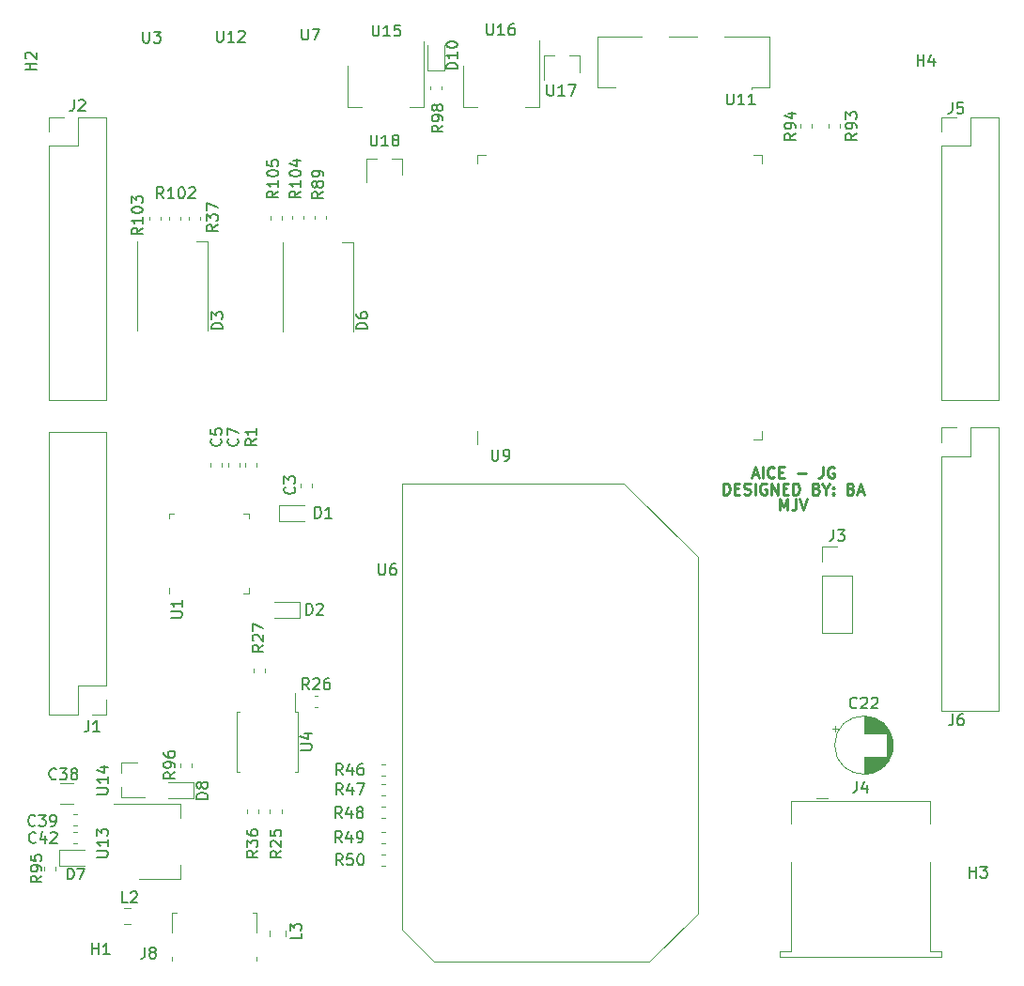
<source format=gbr>
G04 #@! TF.GenerationSoftware,KiCad,Pcbnew,5.1.5-52549c5~86~ubuntu18.04.1*
G04 #@! TF.CreationDate,2020-05-25T12:27:11-05:00*
G04 #@! TF.ProjectId,AICE,41494345-2e6b-4696-9361-645f70636258,rev?*
G04 #@! TF.SameCoordinates,Original*
G04 #@! TF.FileFunction,Legend,Top*
G04 #@! TF.FilePolarity,Positive*
%FSLAX46Y46*%
G04 Gerber Fmt 4.6, Leading zero omitted, Abs format (unit mm)*
G04 Created by KiCad (PCBNEW 5.1.5-52549c5~86~ubuntu18.04.1) date 2020-05-25 12:27:11*
%MOMM*%
%LPD*%
G04 APERTURE LIST*
%ADD10C,0.250000*%
%ADD11C,0.120000*%
%ADD12C,0.150000*%
G04 APERTURE END LIST*
D10*
X101157142Y-108102380D02*
X101157142Y-107102380D01*
X101490476Y-107816666D01*
X101823809Y-107102380D01*
X101823809Y-108102380D01*
X102585714Y-107102380D02*
X102585714Y-107816666D01*
X102538095Y-107959523D01*
X102442857Y-108054761D01*
X102300000Y-108102380D01*
X102204761Y-108102380D01*
X102919047Y-107102380D02*
X103252380Y-108102380D01*
X103585714Y-107102380D01*
X96038095Y-106702380D02*
X96038095Y-105702380D01*
X96276190Y-105702380D01*
X96419047Y-105750000D01*
X96514285Y-105845238D01*
X96561904Y-105940476D01*
X96609523Y-106130952D01*
X96609523Y-106273809D01*
X96561904Y-106464285D01*
X96514285Y-106559523D01*
X96419047Y-106654761D01*
X96276190Y-106702380D01*
X96038095Y-106702380D01*
X97038095Y-106178571D02*
X97371428Y-106178571D01*
X97514285Y-106702380D02*
X97038095Y-106702380D01*
X97038095Y-105702380D01*
X97514285Y-105702380D01*
X97895238Y-106654761D02*
X98038095Y-106702380D01*
X98276190Y-106702380D01*
X98371428Y-106654761D01*
X98419047Y-106607142D01*
X98466666Y-106511904D01*
X98466666Y-106416666D01*
X98419047Y-106321428D01*
X98371428Y-106273809D01*
X98276190Y-106226190D01*
X98085714Y-106178571D01*
X97990476Y-106130952D01*
X97942857Y-106083333D01*
X97895238Y-105988095D01*
X97895238Y-105892857D01*
X97942857Y-105797619D01*
X97990476Y-105750000D01*
X98085714Y-105702380D01*
X98323809Y-105702380D01*
X98466666Y-105750000D01*
X98895238Y-106702380D02*
X98895238Y-105702380D01*
X99895238Y-105750000D02*
X99800000Y-105702380D01*
X99657142Y-105702380D01*
X99514285Y-105750000D01*
X99419047Y-105845238D01*
X99371428Y-105940476D01*
X99323809Y-106130952D01*
X99323809Y-106273809D01*
X99371428Y-106464285D01*
X99419047Y-106559523D01*
X99514285Y-106654761D01*
X99657142Y-106702380D01*
X99752380Y-106702380D01*
X99895238Y-106654761D01*
X99942857Y-106607142D01*
X99942857Y-106273809D01*
X99752380Y-106273809D01*
X100371428Y-106702380D02*
X100371428Y-105702380D01*
X100942857Y-106702380D01*
X100942857Y-105702380D01*
X101419047Y-106178571D02*
X101752380Y-106178571D01*
X101895238Y-106702380D02*
X101419047Y-106702380D01*
X101419047Y-105702380D01*
X101895238Y-105702380D01*
X102323809Y-106702380D02*
X102323809Y-105702380D01*
X102561904Y-105702380D01*
X102704761Y-105750000D01*
X102800000Y-105845238D01*
X102847619Y-105940476D01*
X102895238Y-106130952D01*
X102895238Y-106273809D01*
X102847619Y-106464285D01*
X102800000Y-106559523D01*
X102704761Y-106654761D01*
X102561904Y-106702380D01*
X102323809Y-106702380D01*
X104419047Y-106178571D02*
X104561904Y-106226190D01*
X104609523Y-106273809D01*
X104657142Y-106369047D01*
X104657142Y-106511904D01*
X104609523Y-106607142D01*
X104561904Y-106654761D01*
X104466666Y-106702380D01*
X104085714Y-106702380D01*
X104085714Y-105702380D01*
X104419047Y-105702380D01*
X104514285Y-105750000D01*
X104561904Y-105797619D01*
X104609523Y-105892857D01*
X104609523Y-105988095D01*
X104561904Y-106083333D01*
X104514285Y-106130952D01*
X104419047Y-106178571D01*
X104085714Y-106178571D01*
X105276190Y-106226190D02*
X105276190Y-106702380D01*
X104942857Y-105702380D02*
X105276190Y-106226190D01*
X105609523Y-105702380D01*
X105942857Y-106607142D02*
X105990476Y-106654761D01*
X105942857Y-106702380D01*
X105895238Y-106654761D01*
X105942857Y-106607142D01*
X105942857Y-106702380D01*
X105942857Y-106083333D02*
X105990476Y-106130952D01*
X105942857Y-106178571D01*
X105895238Y-106130952D01*
X105942857Y-106083333D01*
X105942857Y-106178571D01*
X107514285Y-106178571D02*
X107657142Y-106226190D01*
X107704761Y-106273809D01*
X107752380Y-106369047D01*
X107752380Y-106511904D01*
X107704761Y-106607142D01*
X107657142Y-106654761D01*
X107561904Y-106702380D01*
X107180952Y-106702380D01*
X107180952Y-105702380D01*
X107514285Y-105702380D01*
X107609523Y-105750000D01*
X107657142Y-105797619D01*
X107704761Y-105892857D01*
X107704761Y-105988095D01*
X107657142Y-106083333D01*
X107609523Y-106130952D01*
X107514285Y-106178571D01*
X107180952Y-106178571D01*
X108133333Y-106416666D02*
X108609523Y-106416666D01*
X108038095Y-106702380D02*
X108371428Y-105702380D01*
X108704761Y-106702380D01*
X98659523Y-104916666D02*
X99135714Y-104916666D01*
X98564285Y-105202380D02*
X98897619Y-104202380D01*
X99230952Y-105202380D01*
X99564285Y-105202380D02*
X99564285Y-104202380D01*
X100611904Y-105107142D02*
X100564285Y-105154761D01*
X100421428Y-105202380D01*
X100326190Y-105202380D01*
X100183333Y-105154761D01*
X100088095Y-105059523D01*
X100040476Y-104964285D01*
X99992857Y-104773809D01*
X99992857Y-104630952D01*
X100040476Y-104440476D01*
X100088095Y-104345238D01*
X100183333Y-104250000D01*
X100326190Y-104202380D01*
X100421428Y-104202380D01*
X100564285Y-104250000D01*
X100611904Y-104297619D01*
X101040476Y-104678571D02*
X101373809Y-104678571D01*
X101516666Y-105202380D02*
X101040476Y-105202380D01*
X101040476Y-104202380D01*
X101516666Y-104202380D01*
X102707142Y-104821428D02*
X103469047Y-104821428D01*
X104992857Y-104202380D02*
X104992857Y-104916666D01*
X104945238Y-105059523D01*
X104850000Y-105154761D01*
X104707142Y-105202380D01*
X104611904Y-105202380D01*
X105992857Y-104250000D02*
X105897619Y-104202380D01*
X105754761Y-104202380D01*
X105611904Y-104250000D01*
X105516666Y-104345238D01*
X105469047Y-104440476D01*
X105421428Y-104630952D01*
X105421428Y-104773809D01*
X105469047Y-104964285D01*
X105516666Y-105059523D01*
X105611904Y-105154761D01*
X105754761Y-105202380D01*
X105850000Y-105202380D01*
X105992857Y-105154761D01*
X106040476Y-105107142D01*
X106040476Y-104773809D01*
X105850000Y-104773809D01*
D11*
X106145225Y-127575000D02*
X106145225Y-128075000D01*
X105895225Y-127825000D02*
X106395225Y-127825000D01*
X111301000Y-129016000D02*
X111301000Y-129584000D01*
X111261000Y-128782000D02*
X111261000Y-129818000D01*
X111221000Y-128623000D02*
X111221000Y-129977000D01*
X111181000Y-128495000D02*
X111181000Y-130105000D01*
X111141000Y-128385000D02*
X111141000Y-130215000D01*
X111101000Y-128289000D02*
X111101000Y-130311000D01*
X111061000Y-128202000D02*
X111061000Y-130398000D01*
X111021000Y-128122000D02*
X111021000Y-130478000D01*
X110981000Y-128049000D02*
X110981000Y-130551000D01*
X110941000Y-127981000D02*
X110941000Y-130619000D01*
X110901000Y-127917000D02*
X110901000Y-130683000D01*
X110861000Y-127857000D02*
X110861000Y-130743000D01*
X110821000Y-127800000D02*
X110821000Y-130800000D01*
X110781000Y-127746000D02*
X110781000Y-130854000D01*
X110741000Y-127695000D02*
X110741000Y-130905000D01*
X110701000Y-130340000D02*
X110701000Y-130953000D01*
X110701000Y-127647000D02*
X110701000Y-128260000D01*
X110661000Y-130340000D02*
X110661000Y-130999000D01*
X110661000Y-127601000D02*
X110661000Y-128260000D01*
X110621000Y-130340000D02*
X110621000Y-131043000D01*
X110621000Y-127557000D02*
X110621000Y-128260000D01*
X110581000Y-130340000D02*
X110581000Y-131085000D01*
X110581000Y-127515000D02*
X110581000Y-128260000D01*
X110541000Y-130340000D02*
X110541000Y-131126000D01*
X110541000Y-127474000D02*
X110541000Y-128260000D01*
X110501000Y-130340000D02*
X110501000Y-131164000D01*
X110501000Y-127436000D02*
X110501000Y-128260000D01*
X110461000Y-130340000D02*
X110461000Y-131201000D01*
X110461000Y-127399000D02*
X110461000Y-128260000D01*
X110421000Y-130340000D02*
X110421000Y-131237000D01*
X110421000Y-127363000D02*
X110421000Y-128260000D01*
X110381000Y-130340000D02*
X110381000Y-131271000D01*
X110381000Y-127329000D02*
X110381000Y-128260000D01*
X110341000Y-130340000D02*
X110341000Y-131304000D01*
X110341000Y-127296000D02*
X110341000Y-128260000D01*
X110301000Y-130340000D02*
X110301000Y-131335000D01*
X110301000Y-127265000D02*
X110301000Y-128260000D01*
X110261000Y-130340000D02*
X110261000Y-131365000D01*
X110261000Y-127235000D02*
X110261000Y-128260000D01*
X110221000Y-130340000D02*
X110221000Y-131395000D01*
X110221000Y-127205000D02*
X110221000Y-128260000D01*
X110181000Y-130340000D02*
X110181000Y-131422000D01*
X110181000Y-127178000D02*
X110181000Y-128260000D01*
X110141000Y-130340000D02*
X110141000Y-131449000D01*
X110141000Y-127151000D02*
X110141000Y-128260000D01*
X110101000Y-130340000D02*
X110101000Y-131475000D01*
X110101000Y-127125000D02*
X110101000Y-128260000D01*
X110061000Y-130340000D02*
X110061000Y-131500000D01*
X110061000Y-127100000D02*
X110061000Y-128260000D01*
X110021000Y-130340000D02*
X110021000Y-131524000D01*
X110021000Y-127076000D02*
X110021000Y-128260000D01*
X109981000Y-130340000D02*
X109981000Y-131547000D01*
X109981000Y-127053000D02*
X109981000Y-128260000D01*
X109941000Y-130340000D02*
X109941000Y-131568000D01*
X109941000Y-127032000D02*
X109941000Y-128260000D01*
X109901000Y-130340000D02*
X109901000Y-131590000D01*
X109901000Y-127010000D02*
X109901000Y-128260000D01*
X109861000Y-130340000D02*
X109861000Y-131610000D01*
X109861000Y-126990000D02*
X109861000Y-128260000D01*
X109821000Y-130340000D02*
X109821000Y-131629000D01*
X109821000Y-126971000D02*
X109821000Y-128260000D01*
X109781000Y-130340000D02*
X109781000Y-131648000D01*
X109781000Y-126952000D02*
X109781000Y-128260000D01*
X109741000Y-130340000D02*
X109741000Y-131665000D01*
X109741000Y-126935000D02*
X109741000Y-128260000D01*
X109701000Y-130340000D02*
X109701000Y-131682000D01*
X109701000Y-126918000D02*
X109701000Y-128260000D01*
X109661000Y-130340000D02*
X109661000Y-131698000D01*
X109661000Y-126902000D02*
X109661000Y-128260000D01*
X109621000Y-130340000D02*
X109621000Y-131714000D01*
X109621000Y-126886000D02*
X109621000Y-128260000D01*
X109581000Y-130340000D02*
X109581000Y-131728000D01*
X109581000Y-126872000D02*
X109581000Y-128260000D01*
X109541000Y-130340000D02*
X109541000Y-131742000D01*
X109541000Y-126858000D02*
X109541000Y-128260000D01*
X109501000Y-130340000D02*
X109501000Y-131755000D01*
X109501000Y-126845000D02*
X109501000Y-128260000D01*
X109461000Y-130340000D02*
X109461000Y-131768000D01*
X109461000Y-126832000D02*
X109461000Y-128260000D01*
X109421000Y-130340000D02*
X109421000Y-131780000D01*
X109421000Y-126820000D02*
X109421000Y-128260000D01*
X109380000Y-130340000D02*
X109380000Y-131791000D01*
X109380000Y-126809000D02*
X109380000Y-128260000D01*
X109340000Y-130340000D02*
X109340000Y-131801000D01*
X109340000Y-126799000D02*
X109340000Y-128260000D01*
X109300000Y-130340000D02*
X109300000Y-131811000D01*
X109300000Y-126789000D02*
X109300000Y-128260000D01*
X109260000Y-130340000D02*
X109260000Y-131820000D01*
X109260000Y-126780000D02*
X109260000Y-128260000D01*
X109220000Y-130340000D02*
X109220000Y-131828000D01*
X109220000Y-126772000D02*
X109220000Y-128260000D01*
X109180000Y-130340000D02*
X109180000Y-131836000D01*
X109180000Y-126764000D02*
X109180000Y-128260000D01*
X109140000Y-130340000D02*
X109140000Y-131843000D01*
X109140000Y-126757000D02*
X109140000Y-128260000D01*
X109100000Y-130340000D02*
X109100000Y-131850000D01*
X109100000Y-126750000D02*
X109100000Y-128260000D01*
X109060000Y-130340000D02*
X109060000Y-131856000D01*
X109060000Y-126744000D02*
X109060000Y-128260000D01*
X109020000Y-130340000D02*
X109020000Y-131861000D01*
X109020000Y-126739000D02*
X109020000Y-128260000D01*
X108980000Y-130340000D02*
X108980000Y-131865000D01*
X108980000Y-126735000D02*
X108980000Y-128260000D01*
X108940000Y-130340000D02*
X108940000Y-131869000D01*
X108940000Y-126731000D02*
X108940000Y-128260000D01*
X108900000Y-130340000D02*
X108900000Y-131873000D01*
X108900000Y-126727000D02*
X108900000Y-128260000D01*
X108860000Y-130340000D02*
X108860000Y-131876000D01*
X108860000Y-126724000D02*
X108860000Y-128260000D01*
X108820000Y-130340000D02*
X108820000Y-131878000D01*
X108820000Y-126722000D02*
X108820000Y-128260000D01*
X108780000Y-130340000D02*
X108780000Y-131879000D01*
X108780000Y-126721000D02*
X108780000Y-128260000D01*
X108740000Y-126720000D02*
X108740000Y-128260000D01*
X108740000Y-130340000D02*
X108740000Y-131880000D01*
X108700000Y-126720000D02*
X108700000Y-128260000D01*
X108700000Y-130340000D02*
X108700000Y-131880000D01*
X111320000Y-129300000D02*
G75*
G03X111320000Y-129300000I-2620000J0D01*
G01*
X41750000Y-130870000D02*
X43210000Y-130870000D01*
X41750000Y-134030000D02*
X43910000Y-134030000D01*
X41750000Y-134030000D02*
X41750000Y-133100000D01*
X41750000Y-130870000D02*
X41750000Y-131800000D01*
X88710000Y-65450000D02*
X84660000Y-65450000D01*
X84660000Y-65450000D02*
X84660000Y-69970000D01*
X86260000Y-69970000D02*
X84660000Y-69970000D01*
X100180000Y-65450000D02*
X100180000Y-69970000D01*
X96130000Y-65450000D02*
X100180000Y-65450000D01*
X98580000Y-69970000D02*
X100180000Y-69970000D01*
X93710000Y-65450000D02*
X91130000Y-65450000D01*
X98580000Y-69970000D02*
X98580000Y-70140000D01*
X56218000Y-81896779D02*
X56218000Y-81571221D01*
X55198000Y-81896779D02*
X55198000Y-81571221D01*
X58208000Y-81881779D02*
X58208000Y-81556221D01*
X57188000Y-81881779D02*
X57188000Y-81556221D01*
X45354000Y-81970779D02*
X45354000Y-81645221D01*
X44334000Y-81970779D02*
X44334000Y-81645221D01*
X47132000Y-81970779D02*
X47132000Y-81645221D01*
X46112000Y-81970779D02*
X46112000Y-81645221D01*
X69612200Y-69879121D02*
X69612200Y-70204679D01*
X70632200Y-69879121D02*
X70632200Y-70204679D01*
X48100000Y-131265279D02*
X48100000Y-130939721D01*
X47080000Y-131265279D02*
X47080000Y-130939721D01*
X102961980Y-73276241D02*
X102961980Y-73601799D01*
X103981980Y-73276241D02*
X103981980Y-73601799D01*
X105501980Y-73276241D02*
X105501980Y-73601799D01*
X106521980Y-73276241D02*
X106521980Y-73601799D01*
X60238000Y-81881779D02*
X60238000Y-81556221D01*
X59218000Y-81881779D02*
X59218000Y-81556221D01*
X65578019Y-139151380D02*
X65252461Y-139151380D01*
X65578019Y-140171380D02*
X65252461Y-140171380D01*
X65578019Y-137119380D02*
X65252461Y-137119380D01*
X65578019Y-138139380D02*
X65252461Y-138139380D01*
X65578019Y-134833380D02*
X65252461Y-134833380D01*
X65578019Y-135853380D02*
X65252461Y-135853380D01*
X65578019Y-132801380D02*
X65252461Y-132801380D01*
X65578019Y-133821380D02*
X65252461Y-133821380D01*
X65578019Y-131023380D02*
X65252461Y-131023380D01*
X65578019Y-132043380D02*
X65252461Y-132043380D01*
X48910000Y-81970779D02*
X48910000Y-81645221D01*
X47890000Y-81970779D02*
X47890000Y-81645221D01*
X53122000Y-135091221D02*
X53122000Y-135416779D01*
X54142000Y-135091221D02*
X54142000Y-135416779D01*
X54712000Y-122726779D02*
X54712000Y-122401221D01*
X53692000Y-122726779D02*
X53692000Y-122401221D01*
X59499719Y-124841540D02*
X59174161Y-124841540D01*
X59499719Y-125861540D02*
X59174161Y-125861540D01*
X55184000Y-135101221D02*
X55184000Y-135426779D01*
X56204000Y-135101221D02*
X56204000Y-135426779D01*
X52910000Y-103867221D02*
X52910000Y-104192779D01*
X53930000Y-103867221D02*
X53930000Y-104192779D01*
X56590000Y-146558578D02*
X56590000Y-146041422D01*
X55170000Y-146558578D02*
X55170000Y-146041422D01*
X42578578Y-144030000D02*
X42061422Y-144030000D01*
X42578578Y-145450000D02*
X42061422Y-145450000D01*
X70864400Y-68459720D02*
X70864400Y-66174720D01*
X69394400Y-68459720D02*
X70864400Y-68459720D01*
X69394400Y-66174720D02*
X69394400Y-68459720D01*
X48282500Y-132655000D02*
X45997500Y-132655000D01*
X48282500Y-134125000D02*
X48282500Y-132655000D01*
X45997500Y-134125000D02*
X48282500Y-134125000D01*
X57873000Y-116359000D02*
X55588000Y-116359000D01*
X57873000Y-117829000D02*
X57873000Y-116359000D01*
X55588000Y-117829000D02*
X57873000Y-117829000D01*
X56017000Y-109111000D02*
X58302000Y-109111000D01*
X56017000Y-107641000D02*
X56017000Y-109111000D01*
X58302000Y-107641000D02*
X56017000Y-107641000D01*
X37812779Y-137140000D02*
X37487221Y-137140000D01*
X37812779Y-138160000D02*
X37487221Y-138160000D01*
X37812779Y-135490000D02*
X37487221Y-135490000D01*
X37812779Y-136510000D02*
X37487221Y-136510000D01*
X37429564Y-132750000D02*
X36225436Y-132750000D01*
X37429564Y-134570000D02*
X36225436Y-134570000D01*
X52400000Y-104177779D02*
X52400000Y-103852221D01*
X51380000Y-104177779D02*
X51380000Y-103852221D01*
X50850000Y-104172779D02*
X50850000Y-103847221D01*
X49830000Y-104172779D02*
X49830000Y-103847221D01*
X58942000Y-106023779D02*
X58942000Y-105698221D01*
X57922000Y-106023779D02*
X57922000Y-105698221D01*
X49518000Y-83854000D02*
X49518000Y-91904000D01*
X48518000Y-83854000D02*
X49518000Y-83854000D01*
X43218000Y-83854000D02*
X43218000Y-91904000D01*
X56350000Y-83950000D02*
X56350000Y-92000000D01*
X61650000Y-83950000D02*
X62650000Y-83950000D01*
X62650000Y-83950000D02*
X62650000Y-92000000D01*
X40446000Y-126552000D02*
X39116000Y-126552000D01*
X40446000Y-125222000D02*
X40446000Y-126552000D01*
X37846000Y-126552000D02*
X35246000Y-126552000D01*
X37846000Y-123952000D02*
X37846000Y-126552000D01*
X40446000Y-123952000D02*
X37846000Y-123952000D01*
X35246000Y-126552000D02*
X35246000Y-101032000D01*
X40446000Y-123952000D02*
X40446000Y-101032000D01*
X40446000Y-101032000D02*
X35246000Y-101032000D01*
X35246000Y-98190000D02*
X40446000Y-98190000D01*
X35246000Y-75270000D02*
X35246000Y-98190000D01*
X40446000Y-72670000D02*
X40446000Y-98190000D01*
X35246000Y-75270000D02*
X37846000Y-75270000D01*
X37846000Y-75270000D02*
X37846000Y-72670000D01*
X37846000Y-72670000D02*
X40446000Y-72670000D01*
X35246000Y-74000000D02*
X35246000Y-72670000D01*
X35246000Y-72670000D02*
X36576000Y-72670000D01*
X104950000Y-111430000D02*
X106280000Y-111430000D01*
X104950000Y-112760000D02*
X104950000Y-111430000D01*
X104950000Y-114030000D02*
X107610000Y-114030000D01*
X107610000Y-114030000D02*
X107610000Y-119170000D01*
X104950000Y-114030000D02*
X104950000Y-119170000D01*
X104950000Y-119170000D02*
X107610000Y-119170000D01*
X101150000Y-148370000D02*
X115650000Y-148370000D01*
X115650000Y-148370000D02*
X115650000Y-147870000D01*
X115650000Y-147870000D02*
X114650000Y-147870000D01*
X114650000Y-147870000D02*
X114650000Y-139870000D01*
X114650000Y-136370000D02*
X114650000Y-134370000D01*
X114650000Y-134370000D02*
X102150000Y-134370000D01*
X102150000Y-134370000D02*
X102150000Y-136370000D01*
X102150000Y-139870000D02*
X102150000Y-147870000D01*
X102150000Y-147870000D02*
X101150000Y-147870000D01*
X101150000Y-147870000D02*
X101150000Y-148370000D01*
X104400000Y-134120000D02*
X105400000Y-134120000D01*
X53990000Y-144390000D02*
X53610000Y-144390000D01*
X53990000Y-148440000D02*
X53990000Y-148700000D01*
X53990000Y-144390000D02*
X53990000Y-146160000D01*
X46370000Y-144390000D02*
X46750000Y-144390000D01*
X46370000Y-146160000D02*
X46370000Y-144390000D01*
X46370000Y-148700000D02*
X46370000Y-148440000D01*
X46054000Y-115165000D02*
X46054000Y-115640000D01*
X53274000Y-108420000D02*
X52799000Y-108420000D01*
X53274000Y-108895000D02*
X53274000Y-108420000D01*
X53274000Y-115640000D02*
X52799000Y-115640000D01*
X53274000Y-115165000D02*
X53274000Y-115640000D01*
X46054000Y-108420000D02*
X46529000Y-108420000D01*
X46054000Y-108895000D02*
X46054000Y-108420000D01*
X52203000Y-128986000D02*
X52203000Y-131711000D01*
X52203000Y-131711000D02*
X52463000Y-131711000D01*
X52203000Y-128986000D02*
X52203000Y-126261000D01*
X52203000Y-126261000D02*
X52463000Y-126261000D01*
X57653000Y-128986000D02*
X57653000Y-131711000D01*
X57653000Y-131711000D02*
X57393000Y-131711000D01*
X57653000Y-128986000D02*
X57653000Y-126261000D01*
X57653000Y-126261000D02*
X57393000Y-126261000D01*
X57393000Y-126261000D02*
X57393000Y-124586000D01*
X67076240Y-145969380D02*
X69951240Y-148844380D01*
X67076240Y-105694380D02*
X67076240Y-145969380D01*
X87051240Y-105694380D02*
X67076240Y-105694380D01*
X93726240Y-112369380D02*
X87051240Y-105694380D01*
X93726240Y-144469380D02*
X93726240Y-112369380D01*
X89351240Y-148844380D02*
X93726240Y-144469380D01*
X69951240Y-148844380D02*
X89351240Y-148844380D01*
X73842360Y-76839940D02*
X73842360Y-76054940D01*
X73842360Y-76054940D02*
X74627360Y-76054940D01*
X99542360Y-76839940D02*
X99542360Y-76054940D01*
X99542360Y-76054940D02*
X98757360Y-76054940D01*
X99542360Y-100969940D02*
X99542360Y-101754940D01*
X99542360Y-101754940D02*
X98757360Y-101754940D01*
X73842360Y-100969940D02*
X73842360Y-102204940D01*
X41100000Y-134570000D02*
X47110000Y-134570000D01*
X43350000Y-141390000D02*
X47110000Y-141390000D01*
X47110000Y-134570000D02*
X47110000Y-135830000D01*
X47110000Y-141390000D02*
X47110000Y-140130000D01*
X68994820Y-65806120D02*
X68994820Y-71816120D01*
X62174820Y-68056120D02*
X62174820Y-71816120D01*
X68994820Y-71816120D02*
X67734820Y-71816120D01*
X62174820Y-71816120D02*
X63434820Y-71816120D01*
X72614460Y-71788180D02*
X73874460Y-71788180D01*
X79434460Y-71788180D02*
X78174460Y-71788180D01*
X72614460Y-68028180D02*
X72614460Y-71788180D01*
X79434460Y-65778180D02*
X79434460Y-71788180D01*
X83043180Y-67152100D02*
X82113180Y-67152100D01*
X79883180Y-67152100D02*
X80813180Y-67152100D01*
X79883180Y-67152100D02*
X79883180Y-69312100D01*
X83043180Y-67152100D02*
X83043180Y-68612100D01*
X67044760Y-76425780D02*
X67044760Y-77885780D01*
X63884760Y-76425780D02*
X63884760Y-78585780D01*
X63884760Y-76425780D02*
X64814760Y-76425780D01*
X67044760Y-76425780D02*
X66114760Y-76425780D01*
X115670000Y-72670000D02*
X117000000Y-72670000D01*
X115670000Y-74000000D02*
X115670000Y-72670000D01*
X118270000Y-72670000D02*
X120870000Y-72670000D01*
X118270000Y-75270000D02*
X118270000Y-72670000D01*
X115670000Y-75270000D02*
X118270000Y-75270000D01*
X120870000Y-72670000D02*
X120870000Y-98190000D01*
X115670000Y-75270000D02*
X115670000Y-98190000D01*
X115670000Y-98190000D02*
X120870000Y-98190000D01*
X115670000Y-100670000D02*
X117000000Y-100670000D01*
X115670000Y-102000000D02*
X115670000Y-100670000D01*
X118270000Y-100670000D02*
X120870000Y-100670000D01*
X118270000Y-103270000D02*
X118270000Y-100670000D01*
X115670000Y-103270000D02*
X118270000Y-103270000D01*
X120870000Y-100670000D02*
X120870000Y-126190000D01*
X115670000Y-103270000D02*
X115670000Y-126190000D01*
X115670000Y-126190000D02*
X120870000Y-126190000D01*
X38462500Y-138715000D02*
X36177500Y-138715000D01*
X36177500Y-138715000D02*
X36177500Y-140185000D01*
X36177500Y-140185000D02*
X38462500Y-140185000D01*
X34840000Y-140287221D02*
X34840000Y-140612779D01*
X35860000Y-140287221D02*
X35860000Y-140612779D01*
D12*
X108057142Y-125907142D02*
X108009523Y-125954761D01*
X107866666Y-126002380D01*
X107771428Y-126002380D01*
X107628571Y-125954761D01*
X107533333Y-125859523D01*
X107485714Y-125764285D01*
X107438095Y-125573809D01*
X107438095Y-125430952D01*
X107485714Y-125240476D01*
X107533333Y-125145238D01*
X107628571Y-125050000D01*
X107771428Y-125002380D01*
X107866666Y-125002380D01*
X108009523Y-125050000D01*
X108057142Y-125097619D01*
X108438095Y-125097619D02*
X108485714Y-125050000D01*
X108580952Y-125002380D01*
X108819047Y-125002380D01*
X108914285Y-125050000D01*
X108961904Y-125097619D01*
X109009523Y-125192857D01*
X109009523Y-125288095D01*
X108961904Y-125430952D01*
X108390476Y-126002380D01*
X109009523Y-126002380D01*
X109390476Y-125097619D02*
X109438095Y-125050000D01*
X109533333Y-125002380D01*
X109771428Y-125002380D01*
X109866666Y-125050000D01*
X109914285Y-125097619D01*
X109961904Y-125192857D01*
X109961904Y-125288095D01*
X109914285Y-125430952D01*
X109342857Y-126002380D01*
X109961904Y-126002380D01*
X39582380Y-133718095D02*
X40391904Y-133718095D01*
X40487142Y-133670476D01*
X40534761Y-133622857D01*
X40582380Y-133527619D01*
X40582380Y-133337142D01*
X40534761Y-133241904D01*
X40487142Y-133194285D01*
X40391904Y-133146666D01*
X39582380Y-133146666D01*
X40582380Y-132146666D02*
X40582380Y-132718095D01*
X40582380Y-132432380D02*
X39582380Y-132432380D01*
X39725238Y-132527619D01*
X39820476Y-132622857D01*
X39868095Y-132718095D01*
X39915714Y-131289523D02*
X40582380Y-131289523D01*
X39534761Y-131527619D02*
X40249047Y-131765714D01*
X40249047Y-131146666D01*
X96361904Y-70552380D02*
X96361904Y-71361904D01*
X96409523Y-71457142D01*
X96457142Y-71504761D01*
X96552380Y-71552380D01*
X96742857Y-71552380D01*
X96838095Y-71504761D01*
X96885714Y-71457142D01*
X96933333Y-71361904D01*
X96933333Y-70552380D01*
X97933333Y-71552380D02*
X97361904Y-71552380D01*
X97647619Y-71552380D02*
X97647619Y-70552380D01*
X97552380Y-70695238D01*
X97457142Y-70790476D01*
X97361904Y-70838095D01*
X98885714Y-71552380D02*
X98314285Y-71552380D01*
X98600000Y-71552380D02*
X98600000Y-70552380D01*
X98504761Y-70695238D01*
X98409523Y-70790476D01*
X98314285Y-70838095D01*
X55916380Y-79371047D02*
X55440190Y-79704380D01*
X55916380Y-79942476D02*
X54916380Y-79942476D01*
X54916380Y-79561523D01*
X54964000Y-79466285D01*
X55011619Y-79418666D01*
X55106857Y-79371047D01*
X55249714Y-79371047D01*
X55344952Y-79418666D01*
X55392571Y-79466285D01*
X55440190Y-79561523D01*
X55440190Y-79942476D01*
X55916380Y-78418666D02*
X55916380Y-78990095D01*
X55916380Y-78704380D02*
X54916380Y-78704380D01*
X55059238Y-78799619D01*
X55154476Y-78894857D01*
X55202095Y-78990095D01*
X54916380Y-77799619D02*
X54916380Y-77704380D01*
X54964000Y-77609142D01*
X55011619Y-77561523D01*
X55106857Y-77513904D01*
X55297333Y-77466285D01*
X55535428Y-77466285D01*
X55725904Y-77513904D01*
X55821142Y-77561523D01*
X55868761Y-77609142D01*
X55916380Y-77704380D01*
X55916380Y-77799619D01*
X55868761Y-77894857D01*
X55821142Y-77942476D01*
X55725904Y-77990095D01*
X55535428Y-78037714D01*
X55297333Y-78037714D01*
X55106857Y-77990095D01*
X55011619Y-77942476D01*
X54964000Y-77894857D01*
X54916380Y-77799619D01*
X54916380Y-76561523D02*
X54916380Y-77037714D01*
X55392571Y-77085333D01*
X55344952Y-77037714D01*
X55297333Y-76942476D01*
X55297333Y-76704380D01*
X55344952Y-76609142D01*
X55392571Y-76561523D01*
X55487809Y-76513904D01*
X55725904Y-76513904D01*
X55821142Y-76561523D01*
X55868761Y-76609142D01*
X55916380Y-76704380D01*
X55916380Y-76942476D01*
X55868761Y-77037714D01*
X55821142Y-77085333D01*
X57948380Y-79371047D02*
X57472190Y-79704380D01*
X57948380Y-79942476D02*
X56948380Y-79942476D01*
X56948380Y-79561523D01*
X56996000Y-79466285D01*
X57043619Y-79418666D01*
X57138857Y-79371047D01*
X57281714Y-79371047D01*
X57376952Y-79418666D01*
X57424571Y-79466285D01*
X57472190Y-79561523D01*
X57472190Y-79942476D01*
X57948380Y-78418666D02*
X57948380Y-78990095D01*
X57948380Y-78704380D02*
X56948380Y-78704380D01*
X57091238Y-78799619D01*
X57186476Y-78894857D01*
X57234095Y-78990095D01*
X56948380Y-77799619D02*
X56948380Y-77704380D01*
X56996000Y-77609142D01*
X57043619Y-77561523D01*
X57138857Y-77513904D01*
X57329333Y-77466285D01*
X57567428Y-77466285D01*
X57757904Y-77513904D01*
X57853142Y-77561523D01*
X57900761Y-77609142D01*
X57948380Y-77704380D01*
X57948380Y-77799619D01*
X57900761Y-77894857D01*
X57853142Y-77942476D01*
X57757904Y-77990095D01*
X57567428Y-78037714D01*
X57329333Y-78037714D01*
X57138857Y-77990095D01*
X57043619Y-77942476D01*
X56996000Y-77894857D01*
X56948380Y-77799619D01*
X57281714Y-76609142D02*
X57948380Y-76609142D01*
X56900761Y-76847238D02*
X57615047Y-77085333D01*
X57615047Y-76466285D01*
X43702380Y-82669047D02*
X43226190Y-83002380D01*
X43702380Y-83240476D02*
X42702380Y-83240476D01*
X42702380Y-82859523D01*
X42750000Y-82764285D01*
X42797619Y-82716666D01*
X42892857Y-82669047D01*
X43035714Y-82669047D01*
X43130952Y-82716666D01*
X43178571Y-82764285D01*
X43226190Y-82859523D01*
X43226190Y-83240476D01*
X43702380Y-81716666D02*
X43702380Y-82288095D01*
X43702380Y-82002380D02*
X42702380Y-82002380D01*
X42845238Y-82097619D01*
X42940476Y-82192857D01*
X42988095Y-82288095D01*
X42702380Y-81097619D02*
X42702380Y-81002380D01*
X42750000Y-80907142D01*
X42797619Y-80859523D01*
X42892857Y-80811904D01*
X43083333Y-80764285D01*
X43321428Y-80764285D01*
X43511904Y-80811904D01*
X43607142Y-80859523D01*
X43654761Y-80907142D01*
X43702380Y-81002380D01*
X43702380Y-81097619D01*
X43654761Y-81192857D01*
X43607142Y-81240476D01*
X43511904Y-81288095D01*
X43321428Y-81335714D01*
X43083333Y-81335714D01*
X42892857Y-81288095D01*
X42797619Y-81240476D01*
X42750000Y-81192857D01*
X42702380Y-81097619D01*
X42702380Y-80430952D02*
X42702380Y-79811904D01*
X43083333Y-80145238D01*
X43083333Y-80002380D01*
X43130952Y-79907142D01*
X43178571Y-79859523D01*
X43273809Y-79811904D01*
X43511904Y-79811904D01*
X43607142Y-79859523D01*
X43654761Y-79907142D01*
X43702380Y-80002380D01*
X43702380Y-80288095D01*
X43654761Y-80383333D01*
X43607142Y-80430952D01*
X45580952Y-80002380D02*
X45247619Y-79526190D01*
X45009523Y-80002380D02*
X45009523Y-79002380D01*
X45390476Y-79002380D01*
X45485714Y-79050000D01*
X45533333Y-79097619D01*
X45580952Y-79192857D01*
X45580952Y-79335714D01*
X45533333Y-79430952D01*
X45485714Y-79478571D01*
X45390476Y-79526190D01*
X45009523Y-79526190D01*
X46533333Y-80002380D02*
X45961904Y-80002380D01*
X46247619Y-80002380D02*
X46247619Y-79002380D01*
X46152380Y-79145238D01*
X46057142Y-79240476D01*
X45961904Y-79288095D01*
X47152380Y-79002380D02*
X47247619Y-79002380D01*
X47342857Y-79050000D01*
X47390476Y-79097619D01*
X47438095Y-79192857D01*
X47485714Y-79383333D01*
X47485714Y-79621428D01*
X47438095Y-79811904D01*
X47390476Y-79907142D01*
X47342857Y-79954761D01*
X47247619Y-80002380D01*
X47152380Y-80002380D01*
X47057142Y-79954761D01*
X47009523Y-79907142D01*
X46961904Y-79811904D01*
X46914285Y-79621428D01*
X46914285Y-79383333D01*
X46961904Y-79192857D01*
X47009523Y-79097619D01*
X47057142Y-79050000D01*
X47152380Y-79002380D01*
X47866666Y-79097619D02*
X47914285Y-79050000D01*
X48009523Y-79002380D01*
X48247619Y-79002380D01*
X48342857Y-79050000D01*
X48390476Y-79097619D01*
X48438095Y-79192857D01*
X48438095Y-79288095D01*
X48390476Y-79430952D01*
X47819047Y-80002380D01*
X48438095Y-80002380D01*
X70752380Y-73442857D02*
X70276190Y-73776190D01*
X70752380Y-74014285D02*
X69752380Y-74014285D01*
X69752380Y-73633333D01*
X69800000Y-73538095D01*
X69847619Y-73490476D01*
X69942857Y-73442857D01*
X70085714Y-73442857D01*
X70180952Y-73490476D01*
X70228571Y-73538095D01*
X70276190Y-73633333D01*
X70276190Y-74014285D01*
X70752380Y-72966666D02*
X70752380Y-72776190D01*
X70704761Y-72680952D01*
X70657142Y-72633333D01*
X70514285Y-72538095D01*
X70323809Y-72490476D01*
X69942857Y-72490476D01*
X69847619Y-72538095D01*
X69800000Y-72585714D01*
X69752380Y-72680952D01*
X69752380Y-72871428D01*
X69800000Y-72966666D01*
X69847619Y-73014285D01*
X69942857Y-73061904D01*
X70180952Y-73061904D01*
X70276190Y-73014285D01*
X70323809Y-72966666D01*
X70371428Y-72871428D01*
X70371428Y-72680952D01*
X70323809Y-72585714D01*
X70276190Y-72538095D01*
X70180952Y-72490476D01*
X70180952Y-71919047D02*
X70133333Y-72014285D01*
X70085714Y-72061904D01*
X69990476Y-72109523D01*
X69942857Y-72109523D01*
X69847619Y-72061904D01*
X69800000Y-72014285D01*
X69752380Y-71919047D01*
X69752380Y-71728571D01*
X69800000Y-71633333D01*
X69847619Y-71585714D01*
X69942857Y-71538095D01*
X69990476Y-71538095D01*
X70085714Y-71585714D01*
X70133333Y-71633333D01*
X70180952Y-71728571D01*
X70180952Y-71919047D01*
X70228571Y-72014285D01*
X70276190Y-72061904D01*
X70371428Y-72109523D01*
X70561904Y-72109523D01*
X70657142Y-72061904D01*
X70704761Y-72014285D01*
X70752380Y-71919047D01*
X70752380Y-71728571D01*
X70704761Y-71633333D01*
X70657142Y-71585714D01*
X70561904Y-71538095D01*
X70371428Y-71538095D01*
X70276190Y-71585714D01*
X70228571Y-71633333D01*
X70180952Y-71728571D01*
X46612380Y-131745357D02*
X46136190Y-132078690D01*
X46612380Y-132316785D02*
X45612380Y-132316785D01*
X45612380Y-131935833D01*
X45660000Y-131840595D01*
X45707619Y-131792976D01*
X45802857Y-131745357D01*
X45945714Y-131745357D01*
X46040952Y-131792976D01*
X46088571Y-131840595D01*
X46136190Y-131935833D01*
X46136190Y-132316785D01*
X46612380Y-131269166D02*
X46612380Y-131078690D01*
X46564761Y-130983452D01*
X46517142Y-130935833D01*
X46374285Y-130840595D01*
X46183809Y-130792976D01*
X45802857Y-130792976D01*
X45707619Y-130840595D01*
X45660000Y-130888214D01*
X45612380Y-130983452D01*
X45612380Y-131173928D01*
X45660000Y-131269166D01*
X45707619Y-131316785D01*
X45802857Y-131364404D01*
X46040952Y-131364404D01*
X46136190Y-131316785D01*
X46183809Y-131269166D01*
X46231428Y-131173928D01*
X46231428Y-130983452D01*
X46183809Y-130888214D01*
X46136190Y-130840595D01*
X46040952Y-130792976D01*
X45612380Y-129935833D02*
X45612380Y-130126309D01*
X45660000Y-130221547D01*
X45707619Y-130269166D01*
X45850476Y-130364404D01*
X46040952Y-130412023D01*
X46421904Y-130412023D01*
X46517142Y-130364404D01*
X46564761Y-130316785D01*
X46612380Y-130221547D01*
X46612380Y-130031071D01*
X46564761Y-129935833D01*
X46517142Y-129888214D01*
X46421904Y-129840595D01*
X46183809Y-129840595D01*
X46088571Y-129888214D01*
X46040952Y-129935833D01*
X45993333Y-130031071D01*
X45993333Y-130221547D01*
X46040952Y-130316785D01*
X46088571Y-130364404D01*
X46183809Y-130412023D01*
X102552380Y-74142857D02*
X102076190Y-74476190D01*
X102552380Y-74714285D02*
X101552380Y-74714285D01*
X101552380Y-74333333D01*
X101600000Y-74238095D01*
X101647619Y-74190476D01*
X101742857Y-74142857D01*
X101885714Y-74142857D01*
X101980952Y-74190476D01*
X102028571Y-74238095D01*
X102076190Y-74333333D01*
X102076190Y-74714285D01*
X102552380Y-73666666D02*
X102552380Y-73476190D01*
X102504761Y-73380952D01*
X102457142Y-73333333D01*
X102314285Y-73238095D01*
X102123809Y-73190476D01*
X101742857Y-73190476D01*
X101647619Y-73238095D01*
X101600000Y-73285714D01*
X101552380Y-73380952D01*
X101552380Y-73571428D01*
X101600000Y-73666666D01*
X101647619Y-73714285D01*
X101742857Y-73761904D01*
X101980952Y-73761904D01*
X102076190Y-73714285D01*
X102123809Y-73666666D01*
X102171428Y-73571428D01*
X102171428Y-73380952D01*
X102123809Y-73285714D01*
X102076190Y-73238095D01*
X101980952Y-73190476D01*
X101885714Y-72333333D02*
X102552380Y-72333333D01*
X101504761Y-72571428D02*
X102219047Y-72809523D01*
X102219047Y-72190476D01*
X108052380Y-74142857D02*
X107576190Y-74476190D01*
X108052380Y-74714285D02*
X107052380Y-74714285D01*
X107052380Y-74333333D01*
X107100000Y-74238095D01*
X107147619Y-74190476D01*
X107242857Y-74142857D01*
X107385714Y-74142857D01*
X107480952Y-74190476D01*
X107528571Y-74238095D01*
X107576190Y-74333333D01*
X107576190Y-74714285D01*
X108052380Y-73666666D02*
X108052380Y-73476190D01*
X108004761Y-73380952D01*
X107957142Y-73333333D01*
X107814285Y-73238095D01*
X107623809Y-73190476D01*
X107242857Y-73190476D01*
X107147619Y-73238095D01*
X107100000Y-73285714D01*
X107052380Y-73380952D01*
X107052380Y-73571428D01*
X107100000Y-73666666D01*
X107147619Y-73714285D01*
X107242857Y-73761904D01*
X107480952Y-73761904D01*
X107576190Y-73714285D01*
X107623809Y-73666666D01*
X107671428Y-73571428D01*
X107671428Y-73380952D01*
X107623809Y-73285714D01*
X107576190Y-73238095D01*
X107480952Y-73190476D01*
X107052380Y-72857142D02*
X107052380Y-72238095D01*
X107433333Y-72571428D01*
X107433333Y-72428571D01*
X107480952Y-72333333D01*
X107528571Y-72285714D01*
X107623809Y-72238095D01*
X107861904Y-72238095D01*
X107957142Y-72285714D01*
X108004761Y-72333333D01*
X108052380Y-72428571D01*
X108052380Y-72714285D01*
X108004761Y-72809523D01*
X107957142Y-72857142D01*
X59980380Y-79402857D02*
X59504190Y-79736190D01*
X59980380Y-79974285D02*
X58980380Y-79974285D01*
X58980380Y-79593333D01*
X59028000Y-79498095D01*
X59075619Y-79450476D01*
X59170857Y-79402857D01*
X59313714Y-79402857D01*
X59408952Y-79450476D01*
X59456571Y-79498095D01*
X59504190Y-79593333D01*
X59504190Y-79974285D01*
X59408952Y-78831428D02*
X59361333Y-78926666D01*
X59313714Y-78974285D01*
X59218476Y-79021904D01*
X59170857Y-79021904D01*
X59075619Y-78974285D01*
X59028000Y-78926666D01*
X58980380Y-78831428D01*
X58980380Y-78640952D01*
X59028000Y-78545714D01*
X59075619Y-78498095D01*
X59170857Y-78450476D01*
X59218476Y-78450476D01*
X59313714Y-78498095D01*
X59361333Y-78545714D01*
X59408952Y-78640952D01*
X59408952Y-78831428D01*
X59456571Y-78926666D01*
X59504190Y-78974285D01*
X59599428Y-79021904D01*
X59789904Y-79021904D01*
X59885142Y-78974285D01*
X59932761Y-78926666D01*
X59980380Y-78831428D01*
X59980380Y-78640952D01*
X59932761Y-78545714D01*
X59885142Y-78498095D01*
X59789904Y-78450476D01*
X59599428Y-78450476D01*
X59504190Y-78498095D01*
X59456571Y-78545714D01*
X59408952Y-78640952D01*
X59980380Y-77974285D02*
X59980380Y-77783809D01*
X59932761Y-77688571D01*
X59885142Y-77640952D01*
X59742285Y-77545714D01*
X59551809Y-77498095D01*
X59170857Y-77498095D01*
X59075619Y-77545714D01*
X59028000Y-77593333D01*
X58980380Y-77688571D01*
X58980380Y-77879047D01*
X59028000Y-77974285D01*
X59075619Y-78021904D01*
X59170857Y-78069523D01*
X59408952Y-78069523D01*
X59504190Y-78021904D01*
X59551809Y-77974285D01*
X59599428Y-77879047D01*
X59599428Y-77688571D01*
X59551809Y-77593333D01*
X59504190Y-77545714D01*
X59408952Y-77498095D01*
X61724382Y-140113760D02*
X61391049Y-139637570D01*
X61152954Y-140113760D02*
X61152954Y-139113760D01*
X61533906Y-139113760D01*
X61629144Y-139161380D01*
X61676763Y-139208999D01*
X61724382Y-139304237D01*
X61724382Y-139447094D01*
X61676763Y-139542332D01*
X61629144Y-139589951D01*
X61533906Y-139637570D01*
X61152954Y-139637570D01*
X62629144Y-139113760D02*
X62152954Y-139113760D01*
X62105335Y-139589951D01*
X62152954Y-139542332D01*
X62248192Y-139494713D01*
X62486287Y-139494713D01*
X62581525Y-139542332D01*
X62629144Y-139589951D01*
X62676763Y-139685189D01*
X62676763Y-139923284D01*
X62629144Y-140018522D01*
X62581525Y-140066141D01*
X62486287Y-140113760D01*
X62248192Y-140113760D01*
X62152954Y-140066141D01*
X62105335Y-140018522D01*
X63295811Y-139113760D02*
X63391049Y-139113760D01*
X63486287Y-139161380D01*
X63533906Y-139208999D01*
X63581525Y-139304237D01*
X63629144Y-139494713D01*
X63629144Y-139732808D01*
X63581525Y-139923284D01*
X63533906Y-140018522D01*
X63486287Y-140066141D01*
X63391049Y-140113760D01*
X63295811Y-140113760D01*
X63200573Y-140066141D01*
X63152954Y-140018522D01*
X63105335Y-139923284D01*
X63057716Y-139732808D01*
X63057716Y-139494713D01*
X63105335Y-139304237D01*
X63152954Y-139208999D01*
X63200573Y-139161380D01*
X63295811Y-139113760D01*
X61657382Y-138081760D02*
X61324049Y-137605570D01*
X61085954Y-138081760D02*
X61085954Y-137081760D01*
X61466906Y-137081760D01*
X61562144Y-137129380D01*
X61609763Y-137176999D01*
X61657382Y-137272237D01*
X61657382Y-137415094D01*
X61609763Y-137510332D01*
X61562144Y-137557951D01*
X61466906Y-137605570D01*
X61085954Y-137605570D01*
X62514525Y-137415094D02*
X62514525Y-138081760D01*
X62276430Y-137034141D02*
X62038335Y-137748427D01*
X62657382Y-137748427D01*
X63085954Y-138081760D02*
X63276430Y-138081760D01*
X63371668Y-138034141D01*
X63419287Y-137986522D01*
X63514525Y-137843665D01*
X63562144Y-137653189D01*
X63562144Y-137272237D01*
X63514525Y-137176999D01*
X63466906Y-137129380D01*
X63371668Y-137081760D01*
X63181192Y-137081760D01*
X63085954Y-137129380D01*
X63038335Y-137176999D01*
X62990716Y-137272237D01*
X62990716Y-137510332D01*
X63038335Y-137605570D01*
X63085954Y-137653189D01*
X63181192Y-137700808D01*
X63371668Y-137700808D01*
X63466906Y-137653189D01*
X63514525Y-137605570D01*
X63562144Y-137510332D01*
X61657382Y-135881760D02*
X61324049Y-135405570D01*
X61085954Y-135881760D02*
X61085954Y-134881760D01*
X61466906Y-134881760D01*
X61562144Y-134929380D01*
X61609763Y-134976999D01*
X61657382Y-135072237D01*
X61657382Y-135215094D01*
X61609763Y-135310332D01*
X61562144Y-135357951D01*
X61466906Y-135405570D01*
X61085954Y-135405570D01*
X62514525Y-135215094D02*
X62514525Y-135881760D01*
X62276430Y-134834141D02*
X62038335Y-135548427D01*
X62657382Y-135548427D01*
X63181192Y-135310332D02*
X63085954Y-135262713D01*
X63038335Y-135215094D01*
X62990716Y-135119856D01*
X62990716Y-135072237D01*
X63038335Y-134976999D01*
X63085954Y-134929380D01*
X63181192Y-134881760D01*
X63371668Y-134881760D01*
X63466906Y-134929380D01*
X63514525Y-134976999D01*
X63562144Y-135072237D01*
X63562144Y-135119856D01*
X63514525Y-135215094D01*
X63466906Y-135262713D01*
X63371668Y-135310332D01*
X63181192Y-135310332D01*
X63085954Y-135357951D01*
X63038335Y-135405570D01*
X62990716Y-135500808D01*
X62990716Y-135691284D01*
X63038335Y-135786522D01*
X63085954Y-135834141D01*
X63181192Y-135881760D01*
X63371668Y-135881760D01*
X63466906Y-135834141D01*
X63514525Y-135786522D01*
X63562144Y-135691284D01*
X63562144Y-135500808D01*
X63514525Y-135405570D01*
X63466906Y-135357951D01*
X63371668Y-135310332D01*
X61724382Y-133763760D02*
X61391049Y-133287570D01*
X61152954Y-133763760D02*
X61152954Y-132763760D01*
X61533906Y-132763760D01*
X61629144Y-132811380D01*
X61676763Y-132858999D01*
X61724382Y-132954237D01*
X61724382Y-133097094D01*
X61676763Y-133192332D01*
X61629144Y-133239951D01*
X61533906Y-133287570D01*
X61152954Y-133287570D01*
X62581525Y-133097094D02*
X62581525Y-133763760D01*
X62343430Y-132716141D02*
X62105335Y-133430427D01*
X62724382Y-133430427D01*
X63010097Y-132763760D02*
X63676763Y-132763760D01*
X63248192Y-133763760D01*
X61724382Y-131985760D02*
X61391049Y-131509570D01*
X61152954Y-131985760D02*
X61152954Y-130985760D01*
X61533906Y-130985760D01*
X61629144Y-131033380D01*
X61676763Y-131080999D01*
X61724382Y-131176237D01*
X61724382Y-131319094D01*
X61676763Y-131414332D01*
X61629144Y-131461951D01*
X61533906Y-131509570D01*
X61152954Y-131509570D01*
X62581525Y-131319094D02*
X62581525Y-131985760D01*
X62343430Y-130938141D02*
X62105335Y-131652427D01*
X62724382Y-131652427D01*
X63533906Y-130985760D02*
X63343430Y-130985760D01*
X63248192Y-131033380D01*
X63200573Y-131080999D01*
X63105335Y-131223856D01*
X63057716Y-131414332D01*
X63057716Y-131795284D01*
X63105335Y-131890522D01*
X63152954Y-131938141D01*
X63248192Y-131985760D01*
X63438668Y-131985760D01*
X63533906Y-131938141D01*
X63581525Y-131890522D01*
X63629144Y-131795284D01*
X63629144Y-131557189D01*
X63581525Y-131461951D01*
X63533906Y-131414332D01*
X63438668Y-131366713D01*
X63248192Y-131366713D01*
X63152954Y-131414332D01*
X63105335Y-131461951D01*
X63057716Y-131557189D01*
X50452380Y-82392857D02*
X49976190Y-82726190D01*
X50452380Y-82964285D02*
X49452380Y-82964285D01*
X49452380Y-82583333D01*
X49500000Y-82488095D01*
X49547619Y-82440476D01*
X49642857Y-82392857D01*
X49785714Y-82392857D01*
X49880952Y-82440476D01*
X49928571Y-82488095D01*
X49976190Y-82583333D01*
X49976190Y-82964285D01*
X49452380Y-82059523D02*
X49452380Y-81440476D01*
X49833333Y-81773809D01*
X49833333Y-81630952D01*
X49880952Y-81535714D01*
X49928571Y-81488095D01*
X50023809Y-81440476D01*
X50261904Y-81440476D01*
X50357142Y-81488095D01*
X50404761Y-81535714D01*
X50452380Y-81630952D01*
X50452380Y-81916666D01*
X50404761Y-82011904D01*
X50357142Y-82059523D01*
X49452380Y-81107142D02*
X49452380Y-80440476D01*
X50452380Y-80869047D01*
X54078380Y-138809857D02*
X53602190Y-139143190D01*
X54078380Y-139381285D02*
X53078380Y-139381285D01*
X53078380Y-139000333D01*
X53126000Y-138905095D01*
X53173619Y-138857476D01*
X53268857Y-138809857D01*
X53411714Y-138809857D01*
X53506952Y-138857476D01*
X53554571Y-138905095D01*
X53602190Y-139000333D01*
X53602190Y-139381285D01*
X53078380Y-138476523D02*
X53078380Y-137857476D01*
X53459333Y-138190809D01*
X53459333Y-138047952D01*
X53506952Y-137952714D01*
X53554571Y-137905095D01*
X53649809Y-137857476D01*
X53887904Y-137857476D01*
X53983142Y-137905095D01*
X54030761Y-137952714D01*
X54078380Y-138047952D01*
X54078380Y-138333666D01*
X54030761Y-138428904D01*
X53983142Y-138476523D01*
X53078380Y-137000333D02*
X53078380Y-137190809D01*
X53126000Y-137286047D01*
X53173619Y-137333666D01*
X53316476Y-137428904D01*
X53506952Y-137476523D01*
X53887904Y-137476523D01*
X53983142Y-137428904D01*
X54030761Y-137381285D01*
X54078380Y-137286047D01*
X54078380Y-137095571D01*
X54030761Y-137000333D01*
X53983142Y-136952714D01*
X53887904Y-136905095D01*
X53649809Y-136905095D01*
X53554571Y-136952714D01*
X53506952Y-137000333D01*
X53459333Y-137095571D01*
X53459333Y-137286047D01*
X53506952Y-137381285D01*
X53554571Y-137428904D01*
X53649809Y-137476523D01*
X54590380Y-120268857D02*
X54114190Y-120602190D01*
X54590380Y-120840285D02*
X53590380Y-120840285D01*
X53590380Y-120459333D01*
X53638000Y-120364095D01*
X53685619Y-120316476D01*
X53780857Y-120268857D01*
X53923714Y-120268857D01*
X54018952Y-120316476D01*
X54066571Y-120364095D01*
X54114190Y-120459333D01*
X54114190Y-120840285D01*
X53685619Y-119887904D02*
X53638000Y-119840285D01*
X53590380Y-119745047D01*
X53590380Y-119506952D01*
X53638000Y-119411714D01*
X53685619Y-119364095D01*
X53780857Y-119316476D01*
X53876095Y-119316476D01*
X54018952Y-119364095D01*
X54590380Y-119935523D01*
X54590380Y-119316476D01*
X53590380Y-118983142D02*
X53590380Y-118316476D01*
X54590380Y-118745047D01*
X58697082Y-124279920D02*
X58363749Y-123803730D01*
X58125654Y-124279920D02*
X58125654Y-123279920D01*
X58506606Y-123279920D01*
X58601844Y-123327540D01*
X58649463Y-123375159D01*
X58697082Y-123470397D01*
X58697082Y-123613254D01*
X58649463Y-123708492D01*
X58601844Y-123756111D01*
X58506606Y-123803730D01*
X58125654Y-123803730D01*
X59078035Y-123375159D02*
X59125654Y-123327540D01*
X59220892Y-123279920D01*
X59458987Y-123279920D01*
X59554225Y-123327540D01*
X59601844Y-123375159D01*
X59649463Y-123470397D01*
X59649463Y-123565635D01*
X59601844Y-123708492D01*
X59030416Y-124279920D01*
X59649463Y-124279920D01*
X60506606Y-123279920D02*
X60316130Y-123279920D01*
X60220892Y-123327540D01*
X60173273Y-123375159D01*
X60078035Y-123518016D01*
X60030416Y-123708492D01*
X60030416Y-124089444D01*
X60078035Y-124184682D01*
X60125654Y-124232301D01*
X60220892Y-124279920D01*
X60411368Y-124279920D01*
X60506606Y-124232301D01*
X60554225Y-124184682D01*
X60601844Y-124089444D01*
X60601844Y-123851349D01*
X60554225Y-123756111D01*
X60506606Y-123708492D01*
X60411368Y-123660873D01*
X60220892Y-123660873D01*
X60125654Y-123708492D01*
X60078035Y-123756111D01*
X60030416Y-123851349D01*
X56190380Y-138849857D02*
X55714190Y-139183190D01*
X56190380Y-139421285D02*
X55190380Y-139421285D01*
X55190380Y-139040333D01*
X55238000Y-138945095D01*
X55285619Y-138897476D01*
X55380857Y-138849857D01*
X55523714Y-138849857D01*
X55618952Y-138897476D01*
X55666571Y-138945095D01*
X55714190Y-139040333D01*
X55714190Y-139421285D01*
X55285619Y-138468904D02*
X55238000Y-138421285D01*
X55190380Y-138326047D01*
X55190380Y-138087952D01*
X55238000Y-137992714D01*
X55285619Y-137945095D01*
X55380857Y-137897476D01*
X55476095Y-137897476D01*
X55618952Y-137945095D01*
X56190380Y-138516523D01*
X56190380Y-137897476D01*
X55190380Y-136992714D02*
X55190380Y-137468904D01*
X55666571Y-137516523D01*
X55618952Y-137468904D01*
X55571333Y-137373666D01*
X55571333Y-137135571D01*
X55618952Y-137040333D01*
X55666571Y-136992714D01*
X55761809Y-136945095D01*
X55999904Y-136945095D01*
X56095142Y-136992714D01*
X56142761Y-137040333D01*
X56190380Y-137135571D01*
X56190380Y-137373666D01*
X56142761Y-137468904D01*
X56095142Y-137516523D01*
X53942380Y-101696666D02*
X53466190Y-102030000D01*
X53942380Y-102268095D02*
X52942380Y-102268095D01*
X52942380Y-101887142D01*
X52990000Y-101791904D01*
X53037619Y-101744285D01*
X53132857Y-101696666D01*
X53275714Y-101696666D01*
X53370952Y-101744285D01*
X53418571Y-101791904D01*
X53466190Y-101887142D01*
X53466190Y-102268095D01*
X53942380Y-100744285D02*
X53942380Y-101315714D01*
X53942380Y-101030000D02*
X52942380Y-101030000D01*
X53085238Y-101125238D01*
X53180476Y-101220476D01*
X53228095Y-101315714D01*
X58002380Y-146266666D02*
X58002380Y-146742857D01*
X57002380Y-146742857D01*
X57002380Y-146028571D02*
X57002380Y-145409523D01*
X57383333Y-145742857D01*
X57383333Y-145600000D01*
X57430952Y-145504761D01*
X57478571Y-145457142D01*
X57573809Y-145409523D01*
X57811904Y-145409523D01*
X57907142Y-145457142D01*
X57954761Y-145504761D01*
X58002380Y-145600000D01*
X58002380Y-145885714D01*
X57954761Y-145980952D01*
X57907142Y-146028571D01*
X42348333Y-143512380D02*
X41872142Y-143512380D01*
X41872142Y-142512380D01*
X42634047Y-142607619D02*
X42681666Y-142560000D01*
X42776904Y-142512380D01*
X43015000Y-142512380D01*
X43110238Y-142560000D01*
X43157857Y-142607619D01*
X43205476Y-142702857D01*
X43205476Y-142798095D01*
X43157857Y-142940952D01*
X42586428Y-143512380D01*
X43205476Y-143512380D01*
X72070220Y-68328705D02*
X71070220Y-68328705D01*
X71070220Y-68090610D01*
X71117840Y-67947753D01*
X71213078Y-67852515D01*
X71308316Y-67804896D01*
X71498792Y-67757277D01*
X71641649Y-67757277D01*
X71832125Y-67804896D01*
X71927363Y-67852515D01*
X72022601Y-67947753D01*
X72070220Y-68090610D01*
X72070220Y-68328705D01*
X72070220Y-66804896D02*
X72070220Y-67376324D01*
X72070220Y-67090610D02*
X71070220Y-67090610D01*
X71213078Y-67185848D01*
X71308316Y-67281086D01*
X71355935Y-67376324D01*
X71070220Y-66185848D02*
X71070220Y-66090610D01*
X71117840Y-65995372D01*
X71165459Y-65947753D01*
X71260697Y-65900134D01*
X71451173Y-65852515D01*
X71689268Y-65852515D01*
X71879744Y-65900134D01*
X71974982Y-65947753D01*
X72022601Y-65995372D01*
X72070220Y-66090610D01*
X72070220Y-66185848D01*
X72022601Y-66281086D01*
X71974982Y-66328705D01*
X71879744Y-66376324D01*
X71689268Y-66423943D01*
X71451173Y-66423943D01*
X71260697Y-66376324D01*
X71165459Y-66328705D01*
X71117840Y-66281086D01*
X71070220Y-66185848D01*
X49572380Y-134158095D02*
X48572380Y-134158095D01*
X48572380Y-133920000D01*
X48620000Y-133777142D01*
X48715238Y-133681904D01*
X48810476Y-133634285D01*
X49000952Y-133586666D01*
X49143809Y-133586666D01*
X49334285Y-133634285D01*
X49429523Y-133681904D01*
X49524761Y-133777142D01*
X49572380Y-133920000D01*
X49572380Y-134158095D01*
X49000952Y-133015238D02*
X48953333Y-133110476D01*
X48905714Y-133158095D01*
X48810476Y-133205714D01*
X48762857Y-133205714D01*
X48667619Y-133158095D01*
X48620000Y-133110476D01*
X48572380Y-133015238D01*
X48572380Y-132824761D01*
X48620000Y-132729523D01*
X48667619Y-132681904D01*
X48762857Y-132634285D01*
X48810476Y-132634285D01*
X48905714Y-132681904D01*
X48953333Y-132729523D01*
X49000952Y-132824761D01*
X49000952Y-133015238D01*
X49048571Y-133110476D01*
X49096190Y-133158095D01*
X49191428Y-133205714D01*
X49381904Y-133205714D01*
X49477142Y-133158095D01*
X49524761Y-133110476D01*
X49572380Y-133015238D01*
X49572380Y-132824761D01*
X49524761Y-132729523D01*
X49477142Y-132681904D01*
X49381904Y-132634285D01*
X49191428Y-132634285D01*
X49096190Y-132681904D01*
X49048571Y-132729523D01*
X49000952Y-132824761D01*
X58443904Y-117546380D02*
X58443904Y-116546380D01*
X58682000Y-116546380D01*
X58824857Y-116594000D01*
X58920095Y-116689238D01*
X58967714Y-116784476D01*
X59015333Y-116974952D01*
X59015333Y-117117809D01*
X58967714Y-117308285D01*
X58920095Y-117403523D01*
X58824857Y-117498761D01*
X58682000Y-117546380D01*
X58443904Y-117546380D01*
X59396285Y-116641619D02*
X59443904Y-116594000D01*
X59539142Y-116546380D01*
X59777238Y-116546380D01*
X59872476Y-116594000D01*
X59920095Y-116641619D01*
X59967714Y-116736857D01*
X59967714Y-116832095D01*
X59920095Y-116974952D01*
X59348666Y-117546380D01*
X59967714Y-117546380D01*
X59211904Y-108822380D02*
X59211904Y-107822380D01*
X59450000Y-107822380D01*
X59592857Y-107870000D01*
X59688095Y-107965238D01*
X59735714Y-108060476D01*
X59783333Y-108250952D01*
X59783333Y-108393809D01*
X59735714Y-108584285D01*
X59688095Y-108679523D01*
X59592857Y-108774761D01*
X59450000Y-108822380D01*
X59211904Y-108822380D01*
X60735714Y-108822380D02*
X60164285Y-108822380D01*
X60450000Y-108822380D02*
X60450000Y-107822380D01*
X60354761Y-107965238D01*
X60259523Y-108060476D01*
X60164285Y-108108095D01*
X34067142Y-138047142D02*
X34019523Y-138094761D01*
X33876666Y-138142380D01*
X33781428Y-138142380D01*
X33638571Y-138094761D01*
X33543333Y-137999523D01*
X33495714Y-137904285D01*
X33448095Y-137713809D01*
X33448095Y-137570952D01*
X33495714Y-137380476D01*
X33543333Y-137285238D01*
X33638571Y-137190000D01*
X33781428Y-137142380D01*
X33876666Y-137142380D01*
X34019523Y-137190000D01*
X34067142Y-137237619D01*
X34924285Y-137475714D02*
X34924285Y-138142380D01*
X34686190Y-137094761D02*
X34448095Y-137809047D01*
X35067142Y-137809047D01*
X35400476Y-137237619D02*
X35448095Y-137190000D01*
X35543333Y-137142380D01*
X35781428Y-137142380D01*
X35876666Y-137190000D01*
X35924285Y-137237619D01*
X35971904Y-137332857D01*
X35971904Y-137428095D01*
X35924285Y-137570952D01*
X35352857Y-138142380D01*
X35971904Y-138142380D01*
X34007142Y-136507142D02*
X33959523Y-136554761D01*
X33816666Y-136602380D01*
X33721428Y-136602380D01*
X33578571Y-136554761D01*
X33483333Y-136459523D01*
X33435714Y-136364285D01*
X33388095Y-136173809D01*
X33388095Y-136030952D01*
X33435714Y-135840476D01*
X33483333Y-135745238D01*
X33578571Y-135650000D01*
X33721428Y-135602380D01*
X33816666Y-135602380D01*
X33959523Y-135650000D01*
X34007142Y-135697619D01*
X34340476Y-135602380D02*
X34959523Y-135602380D01*
X34626190Y-135983333D01*
X34769047Y-135983333D01*
X34864285Y-136030952D01*
X34911904Y-136078571D01*
X34959523Y-136173809D01*
X34959523Y-136411904D01*
X34911904Y-136507142D01*
X34864285Y-136554761D01*
X34769047Y-136602380D01*
X34483333Y-136602380D01*
X34388095Y-136554761D01*
X34340476Y-136507142D01*
X35435714Y-136602380D02*
X35626190Y-136602380D01*
X35721428Y-136554761D01*
X35769047Y-136507142D01*
X35864285Y-136364285D01*
X35911904Y-136173809D01*
X35911904Y-135792857D01*
X35864285Y-135697619D01*
X35816666Y-135650000D01*
X35721428Y-135602380D01*
X35530952Y-135602380D01*
X35435714Y-135650000D01*
X35388095Y-135697619D01*
X35340476Y-135792857D01*
X35340476Y-136030952D01*
X35388095Y-136126190D01*
X35435714Y-136173809D01*
X35530952Y-136221428D01*
X35721428Y-136221428D01*
X35816666Y-136173809D01*
X35864285Y-136126190D01*
X35911904Y-136030952D01*
X35907142Y-132307142D02*
X35859523Y-132354761D01*
X35716666Y-132402380D01*
X35621428Y-132402380D01*
X35478571Y-132354761D01*
X35383333Y-132259523D01*
X35335714Y-132164285D01*
X35288095Y-131973809D01*
X35288095Y-131830952D01*
X35335714Y-131640476D01*
X35383333Y-131545238D01*
X35478571Y-131450000D01*
X35621428Y-131402380D01*
X35716666Y-131402380D01*
X35859523Y-131450000D01*
X35907142Y-131497619D01*
X36240476Y-131402380D02*
X36859523Y-131402380D01*
X36526190Y-131783333D01*
X36669047Y-131783333D01*
X36764285Y-131830952D01*
X36811904Y-131878571D01*
X36859523Y-131973809D01*
X36859523Y-132211904D01*
X36811904Y-132307142D01*
X36764285Y-132354761D01*
X36669047Y-132402380D01*
X36383333Y-132402380D01*
X36288095Y-132354761D01*
X36240476Y-132307142D01*
X37430952Y-131830952D02*
X37335714Y-131783333D01*
X37288095Y-131735714D01*
X37240476Y-131640476D01*
X37240476Y-131592857D01*
X37288095Y-131497619D01*
X37335714Y-131450000D01*
X37430952Y-131402380D01*
X37621428Y-131402380D01*
X37716666Y-131450000D01*
X37764285Y-131497619D01*
X37811904Y-131592857D01*
X37811904Y-131640476D01*
X37764285Y-131735714D01*
X37716666Y-131783333D01*
X37621428Y-131830952D01*
X37430952Y-131830952D01*
X37335714Y-131878571D01*
X37288095Y-131926190D01*
X37240476Y-132021428D01*
X37240476Y-132211904D01*
X37288095Y-132307142D01*
X37335714Y-132354761D01*
X37430952Y-132402380D01*
X37621428Y-132402380D01*
X37716666Y-132354761D01*
X37764285Y-132307142D01*
X37811904Y-132211904D01*
X37811904Y-132021428D01*
X37764285Y-131926190D01*
X37716666Y-131878571D01*
X37621428Y-131830952D01*
X52237142Y-101696666D02*
X52284761Y-101744285D01*
X52332380Y-101887142D01*
X52332380Y-101982380D01*
X52284761Y-102125238D01*
X52189523Y-102220476D01*
X52094285Y-102268095D01*
X51903809Y-102315714D01*
X51760952Y-102315714D01*
X51570476Y-102268095D01*
X51475238Y-102220476D01*
X51380000Y-102125238D01*
X51332380Y-101982380D01*
X51332380Y-101887142D01*
X51380000Y-101744285D01*
X51427619Y-101696666D01*
X51332380Y-101363333D02*
X51332380Y-100696666D01*
X52332380Y-101125238D01*
X50717142Y-101696666D02*
X50764761Y-101744285D01*
X50812380Y-101887142D01*
X50812380Y-101982380D01*
X50764761Y-102125238D01*
X50669523Y-102220476D01*
X50574285Y-102268095D01*
X50383809Y-102315714D01*
X50240952Y-102315714D01*
X50050476Y-102268095D01*
X49955238Y-102220476D01*
X49860000Y-102125238D01*
X49812380Y-101982380D01*
X49812380Y-101887142D01*
X49860000Y-101744285D01*
X49907619Y-101696666D01*
X49812380Y-100791904D02*
X49812380Y-101268095D01*
X50288571Y-101315714D01*
X50240952Y-101268095D01*
X50193333Y-101172857D01*
X50193333Y-100934761D01*
X50240952Y-100839523D01*
X50288571Y-100791904D01*
X50383809Y-100744285D01*
X50621904Y-100744285D01*
X50717142Y-100791904D01*
X50764761Y-100839523D01*
X50812380Y-100934761D01*
X50812380Y-101172857D01*
X50764761Y-101268095D01*
X50717142Y-101315714D01*
X57359142Y-106027666D02*
X57406761Y-106075285D01*
X57454380Y-106218142D01*
X57454380Y-106313380D01*
X57406761Y-106456238D01*
X57311523Y-106551476D01*
X57216285Y-106599095D01*
X57025809Y-106646714D01*
X56882952Y-106646714D01*
X56692476Y-106599095D01*
X56597238Y-106551476D01*
X56502000Y-106456238D01*
X56454380Y-106313380D01*
X56454380Y-106218142D01*
X56502000Y-106075285D01*
X56549619Y-106027666D01*
X56454380Y-105694333D02*
X56454380Y-105075285D01*
X56835333Y-105408619D01*
X56835333Y-105265761D01*
X56882952Y-105170523D01*
X56930571Y-105122904D01*
X57025809Y-105075285D01*
X57263904Y-105075285D01*
X57359142Y-105122904D01*
X57406761Y-105170523D01*
X57454380Y-105265761D01*
X57454380Y-105551476D01*
X57406761Y-105646714D01*
X57359142Y-105694333D01*
X50902380Y-91788095D02*
X49902380Y-91788095D01*
X49902380Y-91550000D01*
X49950000Y-91407142D01*
X50045238Y-91311904D01*
X50140476Y-91264285D01*
X50330952Y-91216666D01*
X50473809Y-91216666D01*
X50664285Y-91264285D01*
X50759523Y-91311904D01*
X50854761Y-91407142D01*
X50902380Y-91550000D01*
X50902380Y-91788095D01*
X49902380Y-90883333D02*
X49902380Y-90264285D01*
X50283333Y-90597619D01*
X50283333Y-90454761D01*
X50330952Y-90359523D01*
X50378571Y-90311904D01*
X50473809Y-90264285D01*
X50711904Y-90264285D01*
X50807142Y-90311904D01*
X50854761Y-90359523D01*
X50902380Y-90454761D01*
X50902380Y-90740476D01*
X50854761Y-90835714D01*
X50807142Y-90883333D01*
X63952380Y-91788095D02*
X62952380Y-91788095D01*
X62952380Y-91550000D01*
X63000000Y-91407142D01*
X63095238Y-91311904D01*
X63190476Y-91264285D01*
X63380952Y-91216666D01*
X63523809Y-91216666D01*
X63714285Y-91264285D01*
X63809523Y-91311904D01*
X63904761Y-91407142D01*
X63952380Y-91550000D01*
X63952380Y-91788095D01*
X62952380Y-90359523D02*
X62952380Y-90550000D01*
X63000000Y-90645238D01*
X63047619Y-90692857D01*
X63190476Y-90788095D01*
X63380952Y-90835714D01*
X63761904Y-90835714D01*
X63857142Y-90788095D01*
X63904761Y-90740476D01*
X63952380Y-90645238D01*
X63952380Y-90454761D01*
X63904761Y-90359523D01*
X63857142Y-90311904D01*
X63761904Y-90264285D01*
X63523809Y-90264285D01*
X63428571Y-90311904D01*
X63380952Y-90359523D01*
X63333333Y-90454761D01*
X63333333Y-90645238D01*
X63380952Y-90740476D01*
X63428571Y-90788095D01*
X63523809Y-90835714D01*
X39138095Y-148152380D02*
X39138095Y-147152380D01*
X39138095Y-147628571D02*
X39709523Y-147628571D01*
X39709523Y-148152380D02*
X39709523Y-147152380D01*
X40709523Y-148152380D02*
X40138095Y-148152380D01*
X40423809Y-148152380D02*
X40423809Y-147152380D01*
X40328571Y-147295238D01*
X40233333Y-147390476D01*
X40138095Y-147438095D01*
X34118380Y-68413904D02*
X33118380Y-68413904D01*
X33594571Y-68413904D02*
X33594571Y-67842476D01*
X34118380Y-67842476D02*
X33118380Y-67842476D01*
X33213619Y-67413904D02*
X33166000Y-67366285D01*
X33118380Y-67271047D01*
X33118380Y-67032952D01*
X33166000Y-66937714D01*
X33213619Y-66890095D01*
X33308857Y-66842476D01*
X33404095Y-66842476D01*
X33546952Y-66890095D01*
X34118380Y-67461523D01*
X34118380Y-66842476D01*
X118238095Y-141252380D02*
X118238095Y-140252380D01*
X118238095Y-140728571D02*
X118809523Y-140728571D01*
X118809523Y-141252380D02*
X118809523Y-140252380D01*
X119190476Y-140252380D02*
X119809523Y-140252380D01*
X119476190Y-140633333D01*
X119619047Y-140633333D01*
X119714285Y-140680952D01*
X119761904Y-140728571D01*
X119809523Y-140823809D01*
X119809523Y-141061904D01*
X119761904Y-141157142D01*
X119714285Y-141204761D01*
X119619047Y-141252380D01*
X119333333Y-141252380D01*
X119238095Y-141204761D01*
X119190476Y-141157142D01*
X113538095Y-68052380D02*
X113538095Y-67052380D01*
X113538095Y-67528571D02*
X114109523Y-67528571D01*
X114109523Y-68052380D02*
X114109523Y-67052380D01*
X115014285Y-67385714D02*
X115014285Y-68052380D01*
X114776190Y-67004761D02*
X114538095Y-67719047D01*
X115157142Y-67719047D01*
X38816666Y-127102380D02*
X38816666Y-127816666D01*
X38769047Y-127959523D01*
X38673809Y-128054761D01*
X38530952Y-128102380D01*
X38435714Y-128102380D01*
X39816666Y-128102380D02*
X39245238Y-128102380D01*
X39530952Y-128102380D02*
X39530952Y-127102380D01*
X39435714Y-127245238D01*
X39340476Y-127340476D01*
X39245238Y-127388095D01*
X37512666Y-71122380D02*
X37512666Y-71836666D01*
X37465047Y-71979523D01*
X37369809Y-72074761D01*
X37226952Y-72122380D01*
X37131714Y-72122380D01*
X37941238Y-71217619D02*
X37988857Y-71170000D01*
X38084095Y-71122380D01*
X38322190Y-71122380D01*
X38417428Y-71170000D01*
X38465047Y-71217619D01*
X38512666Y-71312857D01*
X38512666Y-71408095D01*
X38465047Y-71550952D01*
X37893619Y-72122380D01*
X38512666Y-72122380D01*
X105946666Y-109882380D02*
X105946666Y-110596666D01*
X105899047Y-110739523D01*
X105803809Y-110834761D01*
X105660952Y-110882380D01*
X105565714Y-110882380D01*
X106327619Y-109882380D02*
X106946666Y-109882380D01*
X106613333Y-110263333D01*
X106756190Y-110263333D01*
X106851428Y-110310952D01*
X106899047Y-110358571D01*
X106946666Y-110453809D01*
X106946666Y-110691904D01*
X106899047Y-110787142D01*
X106851428Y-110834761D01*
X106756190Y-110882380D01*
X106470476Y-110882380D01*
X106375238Y-110834761D01*
X106327619Y-110787142D01*
X108066666Y-132572380D02*
X108066666Y-133286666D01*
X108019047Y-133429523D01*
X107923809Y-133524761D01*
X107780952Y-133572380D01*
X107685714Y-133572380D01*
X108971428Y-132905714D02*
X108971428Y-133572380D01*
X108733333Y-132524761D02*
X108495238Y-133239047D01*
X109114285Y-133239047D01*
X43896666Y-147542380D02*
X43896666Y-148256666D01*
X43849047Y-148399523D01*
X43753809Y-148494761D01*
X43610952Y-148542380D01*
X43515714Y-148542380D01*
X44515714Y-147970952D02*
X44420476Y-147923333D01*
X44372857Y-147875714D01*
X44325238Y-147780476D01*
X44325238Y-147732857D01*
X44372857Y-147637619D01*
X44420476Y-147590000D01*
X44515714Y-147542380D01*
X44706190Y-147542380D01*
X44801428Y-147590000D01*
X44849047Y-147637619D01*
X44896666Y-147732857D01*
X44896666Y-147780476D01*
X44849047Y-147875714D01*
X44801428Y-147923333D01*
X44706190Y-147970952D01*
X44515714Y-147970952D01*
X44420476Y-148018571D01*
X44372857Y-148066190D01*
X44325238Y-148161428D01*
X44325238Y-148351904D01*
X44372857Y-148447142D01*
X44420476Y-148494761D01*
X44515714Y-148542380D01*
X44706190Y-148542380D01*
X44801428Y-148494761D01*
X44849047Y-148447142D01*
X44896666Y-148351904D01*
X44896666Y-148161428D01*
X44849047Y-148066190D01*
X44801428Y-148018571D01*
X44706190Y-147970952D01*
X46252380Y-117811904D02*
X47061904Y-117811904D01*
X47157142Y-117764285D01*
X47204761Y-117716666D01*
X47252380Y-117621428D01*
X47252380Y-117430952D01*
X47204761Y-117335714D01*
X47157142Y-117288095D01*
X47061904Y-117240476D01*
X46252380Y-117240476D01*
X47252380Y-116240476D02*
X47252380Y-116811904D01*
X47252380Y-116526190D02*
X46252380Y-116526190D01*
X46395238Y-116621428D01*
X46490476Y-116716666D01*
X46538095Y-116811904D01*
X43738095Y-64975380D02*
X43738095Y-65784904D01*
X43785714Y-65880142D01*
X43833333Y-65927761D01*
X43928571Y-65975380D01*
X44119047Y-65975380D01*
X44214285Y-65927761D01*
X44261904Y-65880142D01*
X44309523Y-65784904D01*
X44309523Y-64975380D01*
X44690476Y-64975380D02*
X45309523Y-64975380D01*
X44976190Y-65356333D01*
X45119047Y-65356333D01*
X45214285Y-65403952D01*
X45261904Y-65451571D01*
X45309523Y-65546809D01*
X45309523Y-65784904D01*
X45261904Y-65880142D01*
X45214285Y-65927761D01*
X45119047Y-65975380D01*
X44833333Y-65975380D01*
X44738095Y-65927761D01*
X44690476Y-65880142D01*
X57940380Y-129747904D02*
X58749904Y-129747904D01*
X58845142Y-129700285D01*
X58892761Y-129652666D01*
X58940380Y-129557428D01*
X58940380Y-129366952D01*
X58892761Y-129271714D01*
X58845142Y-129224095D01*
X58749904Y-129176476D01*
X57940380Y-129176476D01*
X58273714Y-128271714D02*
X58940380Y-128271714D01*
X57892761Y-128509809D02*
X58607047Y-128747904D01*
X58607047Y-128128857D01*
X64988095Y-112952380D02*
X64988095Y-113761904D01*
X65035714Y-113857142D01*
X65083333Y-113904761D01*
X65178571Y-113952380D01*
X65369047Y-113952380D01*
X65464285Y-113904761D01*
X65511904Y-113857142D01*
X65559523Y-113761904D01*
X65559523Y-112952380D01*
X66464285Y-112952380D02*
X66273809Y-112952380D01*
X66178571Y-113000000D01*
X66130952Y-113047619D01*
X66035714Y-113190476D01*
X65988095Y-113380952D01*
X65988095Y-113761904D01*
X66035714Y-113857142D01*
X66083333Y-113904761D01*
X66178571Y-113952380D01*
X66369047Y-113952380D01*
X66464285Y-113904761D01*
X66511904Y-113857142D01*
X66559523Y-113761904D01*
X66559523Y-113523809D01*
X66511904Y-113428571D01*
X66464285Y-113380952D01*
X66369047Y-113333333D01*
X66178571Y-113333333D01*
X66083333Y-113380952D01*
X66035714Y-113428571D01*
X65988095Y-113523809D01*
X58054095Y-64713380D02*
X58054095Y-65522904D01*
X58101714Y-65618142D01*
X58149333Y-65665761D01*
X58244571Y-65713380D01*
X58435047Y-65713380D01*
X58530285Y-65665761D01*
X58577904Y-65618142D01*
X58625523Y-65522904D01*
X58625523Y-64713380D01*
X59006476Y-64713380D02*
X59673142Y-64713380D01*
X59244571Y-65713380D01*
X75188095Y-102652380D02*
X75188095Y-103461904D01*
X75235714Y-103557142D01*
X75283333Y-103604761D01*
X75378571Y-103652380D01*
X75569047Y-103652380D01*
X75664285Y-103604761D01*
X75711904Y-103557142D01*
X75759523Y-103461904D01*
X75759523Y-102652380D01*
X76283333Y-103652380D02*
X76473809Y-103652380D01*
X76569047Y-103604761D01*
X76616666Y-103557142D01*
X76711904Y-103414285D01*
X76759523Y-103223809D01*
X76759523Y-102842857D01*
X76711904Y-102747619D01*
X76664285Y-102700000D01*
X76569047Y-102652380D01*
X76378571Y-102652380D01*
X76283333Y-102700000D01*
X76235714Y-102747619D01*
X76188095Y-102842857D01*
X76188095Y-103080952D01*
X76235714Y-103176190D01*
X76283333Y-103223809D01*
X76378571Y-103271428D01*
X76569047Y-103271428D01*
X76664285Y-103223809D01*
X76711904Y-103176190D01*
X76759523Y-103080952D01*
X50387904Y-64891380D02*
X50387904Y-65700904D01*
X50435523Y-65796142D01*
X50483142Y-65843761D01*
X50578380Y-65891380D01*
X50768857Y-65891380D01*
X50864095Y-65843761D01*
X50911714Y-65796142D01*
X50959333Y-65700904D01*
X50959333Y-64891380D01*
X51959333Y-65891380D02*
X51387904Y-65891380D01*
X51673619Y-65891380D02*
X51673619Y-64891380D01*
X51578380Y-65034238D01*
X51483142Y-65129476D01*
X51387904Y-65177095D01*
X52340285Y-64986619D02*
X52387904Y-64939000D01*
X52483142Y-64891380D01*
X52721238Y-64891380D01*
X52816476Y-64939000D01*
X52864095Y-64986619D01*
X52911714Y-65081857D01*
X52911714Y-65177095D01*
X52864095Y-65319952D01*
X52292666Y-65891380D01*
X52911714Y-65891380D01*
X39582380Y-139388095D02*
X40391904Y-139388095D01*
X40487142Y-139340476D01*
X40534761Y-139292857D01*
X40582380Y-139197619D01*
X40582380Y-139007142D01*
X40534761Y-138911904D01*
X40487142Y-138864285D01*
X40391904Y-138816666D01*
X39582380Y-138816666D01*
X40582380Y-137816666D02*
X40582380Y-138388095D01*
X40582380Y-138102380D02*
X39582380Y-138102380D01*
X39725238Y-138197619D01*
X39820476Y-138292857D01*
X39868095Y-138388095D01*
X39582380Y-137483333D02*
X39582380Y-136864285D01*
X39963333Y-137197619D01*
X39963333Y-137054761D01*
X40010952Y-136959523D01*
X40058571Y-136911904D01*
X40153809Y-136864285D01*
X40391904Y-136864285D01*
X40487142Y-136911904D01*
X40534761Y-136959523D01*
X40582380Y-137054761D01*
X40582380Y-137340476D01*
X40534761Y-137435714D01*
X40487142Y-137483333D01*
X64426724Y-64368500D02*
X64426724Y-65178024D01*
X64474343Y-65273262D01*
X64521962Y-65320881D01*
X64617200Y-65368500D01*
X64807677Y-65368500D01*
X64902915Y-65320881D01*
X64950534Y-65273262D01*
X64998153Y-65178024D01*
X64998153Y-64368500D01*
X65998153Y-65368500D02*
X65426724Y-65368500D01*
X65712439Y-65368500D02*
X65712439Y-64368500D01*
X65617200Y-64511358D01*
X65521962Y-64606596D01*
X65426724Y-64654215D01*
X66902915Y-64368500D02*
X66426724Y-64368500D01*
X66379105Y-64844691D01*
X66426724Y-64797072D01*
X66521962Y-64749453D01*
X66760058Y-64749453D01*
X66855296Y-64797072D01*
X66902915Y-64844691D01*
X66950534Y-64939929D01*
X66950534Y-65178024D01*
X66902915Y-65273262D01*
X66855296Y-65320881D01*
X66760058Y-65368500D01*
X66521962Y-65368500D01*
X66426724Y-65320881D01*
X66379105Y-65273262D01*
X74726364Y-64270560D02*
X74726364Y-65080084D01*
X74773983Y-65175322D01*
X74821602Y-65222941D01*
X74916840Y-65270560D01*
X75107317Y-65270560D01*
X75202555Y-65222941D01*
X75250174Y-65175322D01*
X75297793Y-65080084D01*
X75297793Y-64270560D01*
X76297793Y-65270560D02*
X75726364Y-65270560D01*
X76012079Y-65270560D02*
X76012079Y-64270560D01*
X75916840Y-64413418D01*
X75821602Y-64508656D01*
X75726364Y-64556275D01*
X77154936Y-64270560D02*
X76964460Y-64270560D01*
X76869221Y-64318180D01*
X76821602Y-64365799D01*
X76726364Y-64508656D01*
X76678745Y-64699132D01*
X76678745Y-65080084D01*
X76726364Y-65175322D01*
X76773983Y-65222941D01*
X76869221Y-65270560D01*
X77059698Y-65270560D01*
X77154936Y-65222941D01*
X77202555Y-65175322D01*
X77250174Y-65080084D01*
X77250174Y-64841989D01*
X77202555Y-64746751D01*
X77154936Y-64699132D01*
X77059698Y-64651513D01*
X76869221Y-64651513D01*
X76773983Y-64699132D01*
X76726364Y-64746751D01*
X76678745Y-64841989D01*
X80161904Y-69752380D02*
X80161904Y-70561904D01*
X80209523Y-70657142D01*
X80257142Y-70704761D01*
X80352380Y-70752380D01*
X80542857Y-70752380D01*
X80638095Y-70704761D01*
X80685714Y-70657142D01*
X80733333Y-70561904D01*
X80733333Y-69752380D01*
X81733333Y-70752380D02*
X81161904Y-70752380D01*
X81447619Y-70752380D02*
X81447619Y-69752380D01*
X81352380Y-69895238D01*
X81257142Y-69990476D01*
X81161904Y-70038095D01*
X82066666Y-69752380D02*
X82733333Y-69752380D01*
X82304761Y-70752380D01*
X64246664Y-74288160D02*
X64246664Y-75097684D01*
X64294283Y-75192922D01*
X64341902Y-75240541D01*
X64437140Y-75288160D01*
X64627617Y-75288160D01*
X64722855Y-75240541D01*
X64770474Y-75192922D01*
X64818093Y-75097684D01*
X64818093Y-74288160D01*
X65818093Y-75288160D02*
X65246664Y-75288160D01*
X65532379Y-75288160D02*
X65532379Y-74288160D01*
X65437140Y-74431018D01*
X65341902Y-74526256D01*
X65246664Y-74573875D01*
X66389521Y-74716732D02*
X66294283Y-74669113D01*
X66246664Y-74621494D01*
X66199045Y-74526256D01*
X66199045Y-74478637D01*
X66246664Y-74383399D01*
X66294283Y-74335780D01*
X66389521Y-74288160D01*
X66579998Y-74288160D01*
X66675236Y-74335780D01*
X66722855Y-74383399D01*
X66770474Y-74478637D01*
X66770474Y-74526256D01*
X66722855Y-74621494D01*
X66675236Y-74669113D01*
X66579998Y-74716732D01*
X66389521Y-74716732D01*
X66294283Y-74764351D01*
X66246664Y-74811970D01*
X66199045Y-74907208D01*
X66199045Y-75097684D01*
X66246664Y-75192922D01*
X66294283Y-75240541D01*
X66389521Y-75288160D01*
X66579998Y-75288160D01*
X66675236Y-75240541D01*
X66722855Y-75192922D01*
X66770474Y-75097684D01*
X66770474Y-74907208D01*
X66722855Y-74811970D01*
X66675236Y-74764351D01*
X66579998Y-74716732D01*
X116666666Y-71352380D02*
X116666666Y-72066666D01*
X116619047Y-72209523D01*
X116523809Y-72304761D01*
X116380952Y-72352380D01*
X116285714Y-72352380D01*
X117619047Y-71352380D02*
X117142857Y-71352380D01*
X117095238Y-71828571D01*
X117142857Y-71780952D01*
X117238095Y-71733333D01*
X117476190Y-71733333D01*
X117571428Y-71780952D01*
X117619047Y-71828571D01*
X117666666Y-71923809D01*
X117666666Y-72161904D01*
X117619047Y-72257142D01*
X117571428Y-72304761D01*
X117476190Y-72352380D01*
X117238095Y-72352380D01*
X117142857Y-72304761D01*
X117095238Y-72257142D01*
X116716666Y-126502380D02*
X116716666Y-127216666D01*
X116669047Y-127359523D01*
X116573809Y-127454761D01*
X116430952Y-127502380D01*
X116335714Y-127502380D01*
X117621428Y-126502380D02*
X117430952Y-126502380D01*
X117335714Y-126550000D01*
X117288095Y-126597619D01*
X117192857Y-126740476D01*
X117145238Y-126930952D01*
X117145238Y-127311904D01*
X117192857Y-127407142D01*
X117240476Y-127454761D01*
X117335714Y-127502380D01*
X117526190Y-127502380D01*
X117621428Y-127454761D01*
X117669047Y-127407142D01*
X117716666Y-127311904D01*
X117716666Y-127073809D01*
X117669047Y-126978571D01*
X117621428Y-126930952D01*
X117526190Y-126883333D01*
X117335714Y-126883333D01*
X117240476Y-126930952D01*
X117192857Y-126978571D01*
X117145238Y-127073809D01*
X36924404Y-141402380D02*
X36924404Y-140402380D01*
X37162500Y-140402380D01*
X37305357Y-140450000D01*
X37400595Y-140545238D01*
X37448214Y-140640476D01*
X37495833Y-140830952D01*
X37495833Y-140973809D01*
X37448214Y-141164285D01*
X37400595Y-141259523D01*
X37305357Y-141354761D01*
X37162500Y-141402380D01*
X36924404Y-141402380D01*
X37829166Y-140402380D02*
X38495833Y-140402380D01*
X38067261Y-141402380D01*
X34602380Y-141092857D02*
X34126190Y-141426190D01*
X34602380Y-141664285D02*
X33602380Y-141664285D01*
X33602380Y-141283333D01*
X33650000Y-141188095D01*
X33697619Y-141140476D01*
X33792857Y-141092857D01*
X33935714Y-141092857D01*
X34030952Y-141140476D01*
X34078571Y-141188095D01*
X34126190Y-141283333D01*
X34126190Y-141664285D01*
X34602380Y-140616666D02*
X34602380Y-140426190D01*
X34554761Y-140330952D01*
X34507142Y-140283333D01*
X34364285Y-140188095D01*
X34173809Y-140140476D01*
X33792857Y-140140476D01*
X33697619Y-140188095D01*
X33650000Y-140235714D01*
X33602380Y-140330952D01*
X33602380Y-140521428D01*
X33650000Y-140616666D01*
X33697619Y-140664285D01*
X33792857Y-140711904D01*
X34030952Y-140711904D01*
X34126190Y-140664285D01*
X34173809Y-140616666D01*
X34221428Y-140521428D01*
X34221428Y-140330952D01*
X34173809Y-140235714D01*
X34126190Y-140188095D01*
X34030952Y-140140476D01*
X33602380Y-139235714D02*
X33602380Y-139711904D01*
X34078571Y-139759523D01*
X34030952Y-139711904D01*
X33983333Y-139616666D01*
X33983333Y-139378571D01*
X34030952Y-139283333D01*
X34078571Y-139235714D01*
X34173809Y-139188095D01*
X34411904Y-139188095D01*
X34507142Y-139235714D01*
X34554761Y-139283333D01*
X34602380Y-139378571D01*
X34602380Y-139616666D01*
X34554761Y-139711904D01*
X34507142Y-139759523D01*
M02*

</source>
